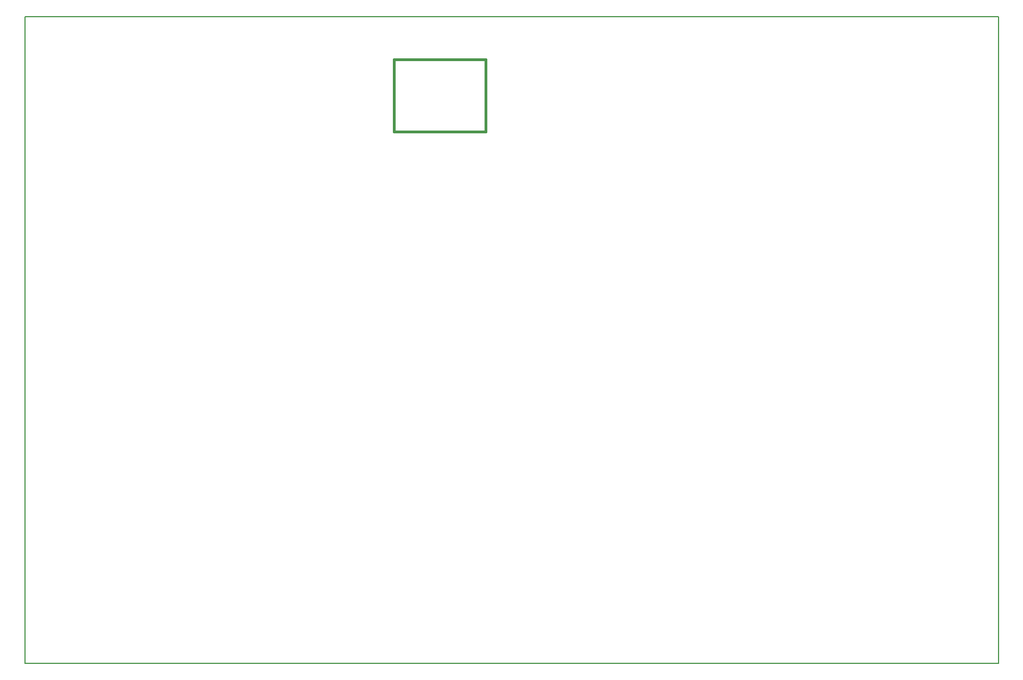
<source format=gbr>
G04 #@! TF.GenerationSoftware,KiCad,Pcbnew,(5.0.0)*
G04 #@! TF.CreationDate,2019-02-09T12:54:46-06:00*
G04 #@! TF.ProjectId,ArmPowerBoardV3,41726D506F776572426F61726456332E,rev?*
G04 #@! TF.SameCoordinates,Original*
G04 #@! TF.FileFunction,Profile,NP*
%FSLAX46Y46*%
G04 Gerber Fmt 4.6, Leading zero omitted, Abs format (unit mm)*
G04 Created by KiCad (PCBNEW (5.0.0)) date 02/09/19 12:54:46*
%MOMM*%
%LPD*%
G01*
G04 APERTURE LIST*
%ADD10C,0.150000*%
G04 #@! TA.AperFunction,NonConductor*
%ADD11C,0.381000*%
G04 #@! TD*
G04 APERTURE END LIST*
D10*
X20574000Y-32258000D02*
X20574000Y-130810000D01*
X168910000Y-32258000D02*
X20574000Y-32258000D01*
X168910000Y-130810000D02*
X168910000Y-32258000D01*
X20574000Y-130810000D02*
X168910000Y-130810000D01*
D11*
G04 #@! TO.C,U1*
X90818000Y-38818000D02*
X90818000Y-49818000D01*
X90818000Y-49818000D02*
X76818000Y-49818000D01*
X76818000Y-38818000D02*
X90818000Y-38818000D01*
X76818000Y-49818000D02*
X76818000Y-38818000D01*
G04 #@! TD*
M02*

</source>
